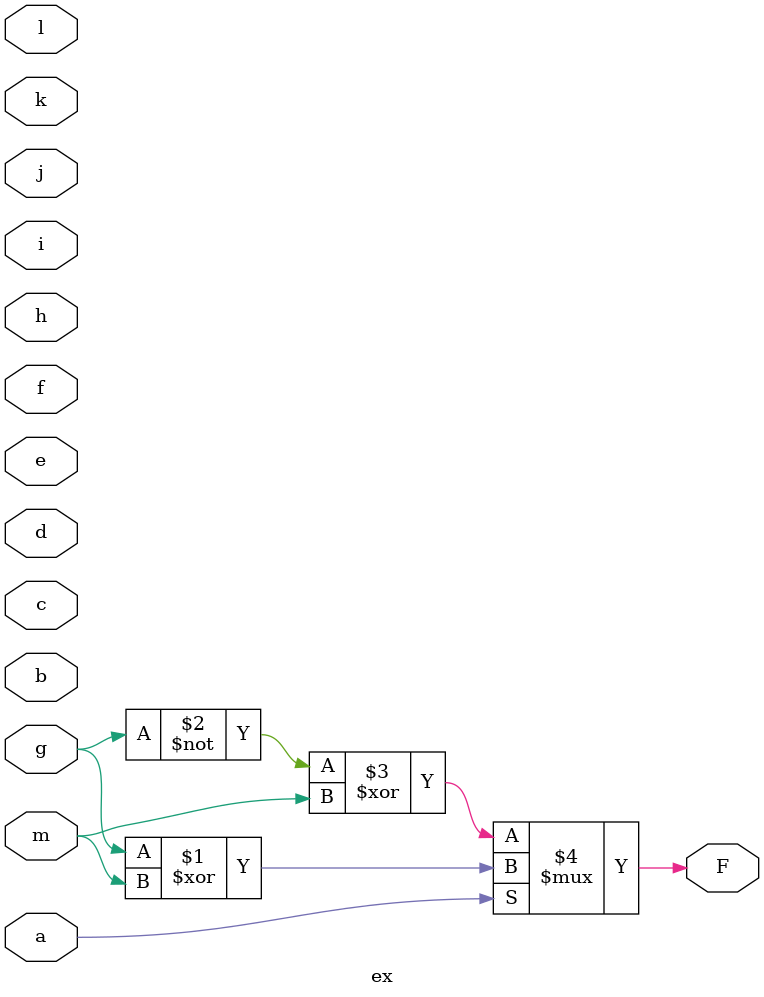
<source format=v>

module ex ( 
    a, b, c, d, e, f, g, h, i, j, k, l, m,
    F  );
  input  a, b, c, d, e, f, g, h, i, j, k, l, m;
  output F;
  assign F = a ? (g ^ m) : (~g ^ m);
endmodule



</source>
